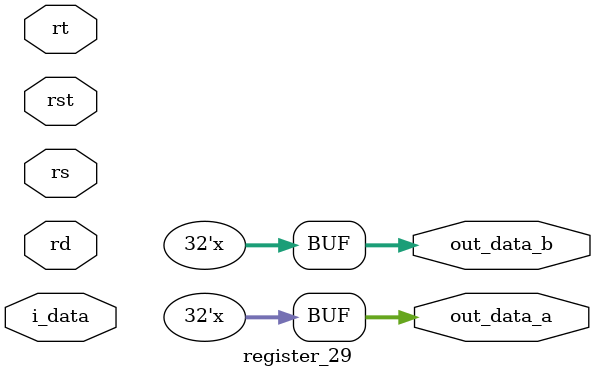
<source format=v>
`timescale 1ns / 1ps

module register_29(rst,rs,rt,rd,i_data,out_data_a,out_data_b);
input rst;
input [4:0]rs,rt,rd;
input [31:0] i_data;
output reg [31:0] out_data_a;
output reg [31:0] out_data_b;

reg [4:0]  reg_num;
reg [31:0] reg_data;

always @(*) begin
      if(rst) begin
            reg_num = 29; 
      end
      else begin
          if(reg_num == rs)
               out_data_a <= reg_data;
          if(reg_num == rt)
               out_data_b <= reg_data;
          if(reg_num == rd)    
               reg_data <= i_data;
      end
      
end
endmodule

</source>
